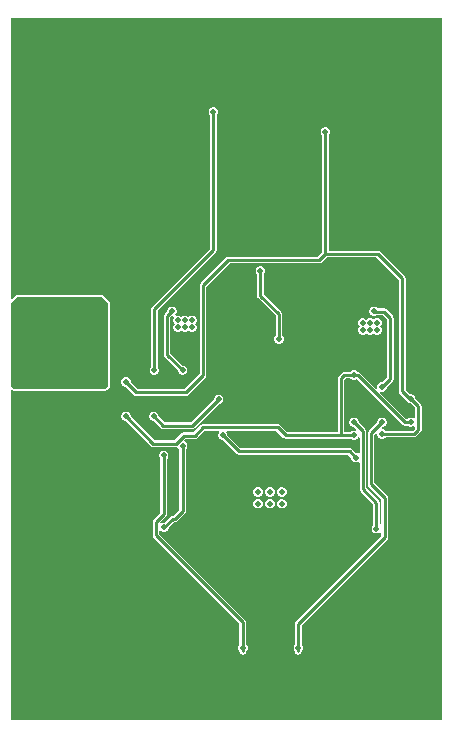
<source format=gbl>
G04*
G04 #@! TF.GenerationSoftware,Altium Limited,Altium Designer,21.2.1 (34)*
G04*
G04 Layer_Physical_Order=4*
G04 Layer_Color=16711680*
%FSTAX24Y24*%
%MOIN*%
G70*
G04*
G04 #@! TF.SameCoordinates,7A998B52-B5E4-4745-A7E4-E824AC8E6B76*
G04*
G04*
G04 #@! TF.FilePolarity,Positive*
G04*
G01*
G75*
%ADD56C,0.0100*%
%ADD58C,0.1181*%
%ADD59C,0.0236*%
%ADD60C,0.0197*%
G36*
X249496Y266105D02*
X249693Y265908D01*
X249693Y263152D01*
X249594Y263054D01*
X246543Y263054D01*
X246447Y26315D01*
Y26591D01*
X246642Y266105D01*
X249496Y266105D01*
D02*
G37*
G36*
X260813Y251993D02*
X246447D01*
X246447Y262995D01*
X246493Y263014D01*
X246498Y263009D01*
X246521Y262999D01*
X246543Y26299D01*
X249594Y26299D01*
X24964Y263009D01*
X249738Y263107D01*
X249757Y263152D01*
X249757Y265908D01*
X249757Y265908D01*
X249757Y265908D01*
X249748Y26593D01*
X249738Y265954D01*
X249738Y265954D01*
X249738Y265954D01*
X249541Y26615D01*
X249518Y26616D01*
X249496Y266169D01*
X246642Y266169D01*
X246596Y26615D01*
X246493Y266047D01*
X246447Y266066D01*
X246447Y275414D01*
X260813D01*
X260813Y251993D01*
D02*
G37*
%LPC*%
G36*
X256968Y271765D02*
X256906D01*
X256848Y271741D01*
X256803Y271696D01*
X256779Y271638D01*
Y271576D01*
X256803Y271518D01*
X256826Y271496D01*
Y267591D01*
X256691Y267456D01*
X253699D01*
X253699Y267456D01*
X253656Y267448D01*
X25362Y267424D01*
X25362Y267424D01*
X252775Y266578D01*
X252751Y266542D01*
X252742Y2665D01*
X252742Y2665D01*
Y263545D01*
X252233Y263036D01*
X250675D01*
X250441Y26327D01*
Y263302D01*
X250417Y26336D01*
X250373Y263404D01*
X250315Y263428D01*
X250252D01*
X250194Y263404D01*
X25015Y26336D01*
X250126Y263302D01*
Y263239D01*
X25015Y263181D01*
X250194Y263137D01*
X250252Y263113D01*
X250284D01*
X250551Y262846D01*
X250587Y262822D01*
X250629Y262813D01*
X252279D01*
X252279Y262813D01*
X252322Y262822D01*
X252358Y262846D01*
X252932Y26342D01*
X252956Y263456D01*
X252964Y263498D01*
X252964Y263498D01*
Y266453D01*
X253745Y267234D01*
X256737D01*
X256737Y267234D01*
X25678Y267243D01*
X256816Y267267D01*
X256983Y267434D01*
X25863D01*
X259385Y266679D01*
Y262962D01*
X259385Y262962D01*
X259393Y26292D01*
X259417Y262884D01*
X259615Y262686D01*
X259638Y26263D01*
X259682Y262586D01*
X25974Y262562D01*
X259772D01*
X259916Y262417D01*
Y262081D01*
X259866Y26206D01*
X259861Y262065D01*
X259803Y262089D01*
X25974D01*
X259682Y262065D01*
X25967Y262053D01*
X259614D01*
X258744Y262923D01*
X258773Y262965D01*
X258795Y262956D01*
X258858D01*
X258916Y26298D01*
X25896Y263024D01*
X258984Y263082D01*
Y263113D01*
X259177Y263306D01*
X259177Y263306D01*
X259201Y263342D01*
X25921Y263385D01*
Y265413D01*
X25921Y265413D01*
X259201Y265456D01*
X259177Y265492D01*
X258976Y265693D01*
X25894Y265717D01*
X258897Y265725D01*
X258897Y265725D01*
X258681D01*
X25864Y265766D01*
X258582Y26579D01*
X25852D01*
X258462Y265766D01*
X258418Y265722D01*
X258394Y265664D01*
Y265601D01*
X258418Y265543D01*
X258462Y265499D01*
X25852Y265475D01*
X258582D01*
X25864Y265499D01*
X258644Y265503D01*
X258851D01*
X258987Y265367D01*
Y263431D01*
X258827Y26327D01*
X258795D01*
X258737Y263247D01*
X258693Y263202D01*
X258669Y263144D01*
Y263082D01*
X258679Y263059D01*
X258636Y263031D01*
X258097Y26357D01*
X258061Y263594D01*
X258018Y263603D01*
X258018Y263603D01*
X258008D01*
X257971Y26364D01*
X257913Y263664D01*
X25785D01*
X257793Y26364D01*
X25777Y263618D01*
X257567D01*
X257567Y263618D01*
X257524Y263609D01*
X257488Y263585D01*
X257488Y263585D01*
X257379Y263476D01*
X257355Y26344D01*
X257346Y263397D01*
X257346Y263397D01*
Y26161D01*
X255659D01*
X255426Y261843D01*
X255389Y261867D01*
X255347Y261876D01*
X255347Y261876D01*
X252855D01*
X252812Y261867D01*
X252776Y261843D01*
X252776Y261843D01*
X252534Y261601D01*
X252225D01*
X252182Y261592D01*
X252146Y261568D01*
X251904Y261326D01*
X251244D01*
X250441Y262129D01*
Y26216D01*
X250417Y262218D01*
X250373Y262262D01*
X250315Y262286D01*
X250252D01*
X250194Y262262D01*
X25015Y262218D01*
X250126Y26216D01*
Y262097D01*
X25015Y26204D01*
X250194Y261995D01*
X250252Y261971D01*
X250284D01*
X251119Y261136D01*
X251119Y261136D01*
X251155Y261112D01*
X251198Y261103D01*
X25195D01*
X25195Y261103D01*
X251968Y261107D01*
X251994Y26111D01*
X25203Y261077D01*
X25204Y261055D01*
X252062Y261033D01*
Y259019D01*
X251864Y258821D01*
X251844D01*
X251844Y258821D01*
X251802Y258812D01*
X251766Y258788D01*
X251766Y258788D01*
X251563Y258585D01*
X251532D01*
X251493Y258569D01*
X251444Y258588D01*
X251437Y258595D01*
X251435Y258601D01*
X251622Y258787D01*
X251622Y258787D01*
X251646Y258824D01*
X251654Y258866D01*
Y260718D01*
X251677Y26074D01*
X251701Y260798D01*
Y260861D01*
X251677Y260919D01*
X251632Y260963D01*
X251574Y260987D01*
X251512D01*
X251454Y260963D01*
X25141Y260919D01*
X251386Y260861D01*
Y260798D01*
X25141Y26074D01*
X251432Y260718D01*
Y258912D01*
X251212Y258692D01*
X251188Y258656D01*
X25118Y258614D01*
X25118Y258614D01*
Y258165D01*
X25118Y258165D01*
X251188Y258122D01*
X251212Y258086D01*
X25407Y255229D01*
Y25453D01*
X254047Y254508D01*
X254023Y25445D01*
Y254388D01*
X254047Y25433D01*
X25407Y254307D01*
Y254294D01*
X254078Y254252D01*
X254102Y254215D01*
X254138Y254191D01*
X254181Y254183D01*
X254224Y254191D01*
X25426Y254215D01*
X254284Y254252D01*
X254292Y254294D01*
Y254307D01*
X254314Y25433D01*
X254338Y254388D01*
Y25445D01*
X254314Y254508D01*
X254292Y25453D01*
Y255275D01*
X254284Y255317D01*
X25426Y255353D01*
X25426Y255353D01*
X251402Y258211D01*
Y258295D01*
X251452Y258316D01*
X251474Y258294D01*
X251532Y25827D01*
X251594D01*
X251652Y258294D01*
X251696Y258339D01*
X25172Y258397D01*
Y258428D01*
X25189Y258598D01*
X25191D01*
X25191Y258598D01*
X251953Y258607D01*
X251989Y258631D01*
X252252Y258894D01*
X252276Y25893D01*
X252284Y258973D01*
X252284Y258973D01*
Y261033D01*
X252307Y261055D01*
X252331Y261113D01*
Y261176D01*
X252307Y261234D01*
X252262Y261278D01*
X252247Y261284D01*
X252236Y261343D01*
X252271Y261378D01*
X25258D01*
X25258Y261378D01*
X252622Y261387D01*
X252658Y261411D01*
X252901Y261653D01*
X253373D01*
X253394Y261603D01*
X253378Y261588D01*
X253354Y26153D01*
Y261468D01*
X253378Y26141D01*
X253422Y261365D01*
X25348Y261341D01*
X253512D01*
X25397Y260883D01*
X25397Y260883D01*
X254006Y260859D01*
X254049Y260851D01*
X257693D01*
X257794Y26075D01*
Y260718D01*
X257818Y26066D01*
X257863Y260616D01*
X257921Y260592D01*
X257983D01*
X258022Y260608D01*
X258072Y260581D01*
Y259701D01*
X258072Y259701D01*
X258081Y259659D01*
X258105Y259623D01*
X258519Y259209D01*
Y2585D01*
X258496Y258478D01*
X258472Y25842D01*
Y258357D01*
X258496Y258299D01*
X258541Y258255D01*
X258598Y258231D01*
X258661D01*
X258719Y258255D01*
X258744Y25828D01*
X258794Y25826D01*
Y258139D01*
X255953Y255298D01*
X255929Y255262D01*
X25592Y255219D01*
X25592Y255219D01*
Y254525D01*
X255898Y254503D01*
X255874Y254445D01*
Y254382D01*
X255898Y254324D01*
X25592Y254302D01*
Y254294D01*
X255929Y254252D01*
X255953Y254215D01*
X255989Y254191D01*
X256031Y254183D01*
X256074Y254191D01*
X25611Y254215D01*
X256134Y254252D01*
X256143Y254294D01*
Y254302D01*
X256165Y254324D01*
X256189Y254382D01*
Y254445D01*
X256165Y254503D01*
X256143Y254525D01*
Y255173D01*
X258984Y258014D01*
X258984Y258014D01*
X259008Y258051D01*
X259017Y258093D01*
X259017Y258093D01*
Y259412D01*
X259008Y259455D01*
X258984Y259491D01*
X258984Y259491D01*
X258568Y259906D01*
Y261517D01*
X258619Y261567D01*
X258669Y261547D01*
Y261507D01*
X258693Y261449D01*
X258737Y261405D01*
X258795Y261381D01*
X258858D01*
X258916Y261405D01*
X258938Y261427D01*
X25989D01*
X25989Y261427D01*
X259932Y261435D01*
X259968Y26146D01*
X260106Y261597D01*
X260106Y261597D01*
X26013Y261633D01*
X260139Y261676D01*
Y262463D01*
X26013Y262506D01*
X260106Y262542D01*
X259929Y262719D01*
Y262751D01*
X259905Y262809D01*
X259861Y262853D01*
X259803Y262877D01*
X25974D01*
X259739Y262876D01*
X259607Y263008D01*
Y266725D01*
X259607Y266725D01*
X259599Y266768D01*
X259575Y266804D01*
X258755Y267624D01*
X258719Y267648D01*
X258676Y267656D01*
X258676Y267656D01*
X257048D01*
Y271496D01*
X25707Y271518D01*
X257094Y271576D01*
Y271638D01*
X25707Y271696D01*
X257026Y271741D01*
X256968Y271765D01*
D02*
G37*
G36*
X258685Y265405D02*
X258622D01*
X258564Y265381D01*
X258535Y265353D01*
X258506Y265381D01*
X258448Y265405D01*
X258386D01*
X258328Y265381D01*
X258299Y265353D01*
X25827Y265381D01*
X258212Y265405D01*
X25815D01*
X258092Y265381D01*
X258047Y265337D01*
X258023Y265279D01*
Y265217D01*
X258047Y265159D01*
X258076Y26513D01*
X258047Y265101D01*
X258023Y265043D01*
Y26498D01*
X258047Y264922D01*
X258092Y264878D01*
X25815Y264854D01*
X258212D01*
X25827Y264878D01*
X258299Y264907D01*
X258328Y264878D01*
X258386Y264854D01*
X258448D01*
X258506Y264878D01*
X258535Y264907D01*
X258564Y264878D01*
X258622Y264854D01*
X258685D01*
X258743Y264878D01*
X258787Y264922D01*
X258811Y26498D01*
Y265043D01*
X258787Y265101D01*
X258758Y26513D01*
X258787Y265159D01*
X258811Y265217D01*
Y265279D01*
X258787Y265337D01*
X258743Y265381D01*
X258685Y265405D01*
D02*
G37*
G36*
X25185Y26579D02*
X251787D01*
X25173Y265766D01*
X251685Y265722D01*
X251661Y265664D01*
Y265632D01*
X25158Y265551D01*
X251556Y265515D01*
X251547Y265472D01*
X251547Y265472D01*
Y264179D01*
X251547Y264179D01*
X251556Y264136D01*
X25158Y2641D01*
X252016Y263664D01*
Y263633D01*
X25204Y263575D01*
X252084Y263531D01*
X252142Y263507D01*
X252204D01*
X252262Y263531D01*
X252307Y263575D01*
X252331Y263633D01*
Y263696D01*
X252307Y263753D01*
X252262Y263798D01*
X252204Y263822D01*
X252173D01*
X25177Y264225D01*
Y265426D01*
X251819Y265475D01*
X25185D01*
X251866Y265482D01*
X251894Y265439D01*
X251877Y265422D01*
X251853Y265364D01*
Y265302D01*
X251877Y265244D01*
X251906Y265215D01*
X251877Y265186D01*
X251853Y265128D01*
Y265065D01*
X251877Y265007D01*
X251921Y264963D01*
X251979Y264939D01*
X252042D01*
X252099Y264963D01*
X252128Y264992D01*
X252157Y264963D01*
X252215Y264939D01*
X252278D01*
X252336Y264963D01*
X252365Y264992D01*
X252393Y264963D01*
X252451Y264939D01*
X252514D01*
X252572Y264963D01*
X252616Y265007D01*
X25264Y265065D01*
Y265128D01*
X252616Y265186D01*
X252587Y265215D01*
X252616Y265244D01*
X25264Y265302D01*
Y265364D01*
X252616Y265422D01*
X252572Y265466D01*
X252514Y26549D01*
X252451D01*
X252393Y265466D01*
X252365Y265438D01*
X252336Y265466D01*
X252278Y26549D01*
X252215D01*
X252157Y265466D01*
X252128Y265438D01*
X252099Y265466D01*
X252042Y26549D01*
X251979D01*
X251963Y265484D01*
X251935Y265526D01*
X251952Y265543D01*
X251976Y265601D01*
Y265664D01*
X251952Y265722D01*
X251908Y265766D01*
X25185Y26579D01*
D02*
G37*
G36*
X254798Y267137D02*
X254735D01*
X254678Y267113D01*
X254633Y267069D01*
X254609Y267011D01*
Y266948D01*
X254633Y26689D01*
X254656Y266868D01*
Y266156D01*
X254656Y266156D01*
X254664Y266113D01*
X254688Y266077D01*
X255271Y265495D01*
Y264819D01*
X255248Y264797D01*
X255224Y264739D01*
Y264676D01*
X255248Y264618D01*
X255293Y264574D01*
X25535Y26455D01*
X255413D01*
X255471Y264574D01*
X255515Y264618D01*
X255539Y264676D01*
Y264739D01*
X255515Y264797D01*
X255493Y264819D01*
Y265541D01*
X255484Y265584D01*
X25546Y26562D01*
X254878Y266202D01*
Y266868D01*
X2549Y26689D01*
X254924Y266948D01*
Y267011D01*
X2549Y267069D01*
X254856Y267113D01*
X254798Y267137D01*
D02*
G37*
G36*
X253228Y272434D02*
X253165D01*
X253107Y27241D01*
X253063Y272366D01*
X253039Y272308D01*
Y272245D01*
X253063Y272187D01*
X253086Y272165D01*
Y267716D01*
X25115Y26578D01*
X251125Y265744D01*
X251117Y265702D01*
X251117Y265702D01*
Y263776D01*
X251095Y263753D01*
X251071Y263696D01*
Y263633D01*
X251095Y263575D01*
X251139Y263531D01*
X251197Y263507D01*
X25126D01*
X251317Y263531D01*
X251362Y263575D01*
X251386Y263633D01*
Y263696D01*
X251362Y263753D01*
X251339Y263776D01*
Y265656D01*
X253275Y267591D01*
X253299Y267628D01*
X253308Y26767D01*
Y272165D01*
X25333Y272187D01*
X253354Y272245D01*
Y272308D01*
X25333Y272366D01*
X253286Y27241D01*
X253228Y272434D01*
D02*
G37*
G36*
X253409Y262857D02*
X253346D01*
X253289Y262833D01*
X253244Y262789D01*
X25322Y262731D01*
Y262699D01*
X252446Y261925D01*
X251572D01*
X25137Y262127D01*
Y262158D01*
X251346Y262216D01*
X251302Y26226D01*
X251244Y262284D01*
X251181D01*
X251123Y26226D01*
X251079Y262216D01*
X251055Y262158D01*
Y262096D01*
X251079Y262038D01*
X251123Y261993D01*
X251181Y26197D01*
X251213D01*
X251447Y261735D01*
X251483Y261711D01*
X251526Y261703D01*
X251526Y261703D01*
X252492D01*
X252492Y261703D01*
X252535Y261711D01*
X252571Y261735D01*
X253378Y262542D01*
X253409D01*
X253467Y262566D01*
X253511Y26261D01*
X253535Y262668D01*
Y262731D01*
X253511Y262789D01*
X253467Y262833D01*
X253409Y262857D01*
D02*
G37*
G36*
X255511Y259767D02*
X255449D01*
X255391Y259743D01*
X255347Y259698D01*
X255323Y25964D01*
Y259578D01*
X255347Y25952D01*
X255391Y259476D01*
X255449Y259452D01*
X255511D01*
X255569Y259476D01*
X255614Y25952D01*
X255638Y259578D01*
Y25964D01*
X255614Y259698D01*
X255569Y259743D01*
X255511Y259767D01*
D02*
G37*
G36*
X255118D02*
X255055D01*
X254997Y259743D01*
X254953Y259698D01*
X254929Y25964D01*
Y259578D01*
X254953Y25952D01*
X254997Y259476D01*
X255055Y259452D01*
X255118D01*
X255176Y259476D01*
X25522Y25952D01*
X255244Y259578D01*
Y25964D01*
X25522Y259698D01*
X255176Y259743D01*
X255118Y259767D01*
D02*
G37*
G36*
X254724D02*
X254661D01*
X254604Y259743D01*
X254559Y259698D01*
X254535Y25964D01*
Y259578D01*
X254559Y25952D01*
X254604Y259476D01*
X254661Y259452D01*
X254724D01*
X254782Y259476D01*
X254826Y25952D01*
X25485Y259578D01*
Y25964D01*
X254826Y259698D01*
X254782Y259743D01*
X254724Y259767D01*
D02*
G37*
G36*
X255511Y259373D02*
X255449D01*
X255391Y259349D01*
X255347Y259305D01*
X255323Y259247D01*
Y259184D01*
X255347Y259126D01*
X255391Y259082D01*
X255449Y259058D01*
X255511D01*
X255569Y259082D01*
X255614Y259126D01*
X255638Y259184D01*
Y259247D01*
X255614Y259305D01*
X255569Y259349D01*
X255511Y259373D01*
D02*
G37*
G36*
X255118D02*
X255055D01*
X254997Y259349D01*
X254953Y259305D01*
X254929Y259247D01*
Y259184D01*
X254953Y259126D01*
X254997Y259082D01*
X255055Y259058D01*
X255118D01*
X255176Y259082D01*
X25522Y259126D01*
X255244Y259184D01*
Y259247D01*
X25522Y259305D01*
X255176Y259349D01*
X255118Y259373D01*
D02*
G37*
G36*
X254724D02*
X254661D01*
X254604Y259349D01*
X254559Y259305D01*
X254535Y259247D01*
Y259184D01*
X254559Y259126D01*
X254604Y259082D01*
X254661Y259058D01*
X254724D01*
X254782Y259082D01*
X254826Y259126D01*
X25485Y259184D01*
Y259247D01*
X254826Y259305D01*
X254782Y259349D01*
X254724Y259373D01*
D02*
G37*
%LPD*%
G36*
X257793Y263373D02*
X25785Y263349D01*
X257913D01*
X257971Y263373D01*
X257975Y263377D01*
X259499Y261853D01*
X259499Y261853D01*
X259535Y261829D01*
X259578Y261821D01*
X259578Y261821D01*
X25966D01*
X259682Y261798D01*
X25974Y261774D01*
X259803D01*
X259861Y261798D01*
X259866Y261804D01*
X259916Y261783D01*
Y261722D01*
X259844Y261649D01*
X258938D01*
X258916Y261672D01*
X258858Y261696D01*
X258828D01*
X258808Y261741D01*
X258834Y261774D01*
X258858D01*
X258916Y261798D01*
X25896Y261843D01*
X258984Y261901D01*
Y261963D01*
X25896Y262021D01*
X258916Y262065D01*
X258858Y262089D01*
X258795D01*
X258737Y262065D01*
X258693Y262021D01*
X258669Y261963D01*
Y261932D01*
X258379Y261641D01*
X258354Y261605D01*
X258346Y261563D01*
X258346Y261563D01*
Y25986D01*
X258346Y25986D01*
X258354Y259818D01*
X258379Y259782D01*
X258794Y259366D01*
Y258574D01*
X258744Y258548D01*
X258741Y25855D01*
Y259255D01*
X258741Y259255D01*
X258733Y259297D01*
X258708Y259333D01*
X258708Y259333D01*
X258294Y259747D01*
Y26163D01*
X258294Y26163D01*
X258289Y261656D01*
X258286Y261673D01*
X258286Y261673D01*
X258262Y261709D01*
X258262Y261709D01*
X258039Y261932D01*
Y261963D01*
X258015Y262021D01*
X257971Y262065D01*
X257913Y262089D01*
X25785D01*
X257793Y262065D01*
X257748Y262021D01*
X257724Y261963D01*
Y261901D01*
X257748Y261843D01*
X257793Y261798D01*
X25785Y261774D01*
X257882D01*
X257969Y261687D01*
X257941Y261645D01*
X257913Y261656D01*
X25785D01*
X257793Y261632D01*
X25777Y26161D01*
X257568D01*
Y263351D01*
X257613Y263396D01*
X25777D01*
X257793Y263373D01*
D02*
G37*
G36*
X255534Y26142D02*
X255534Y26142D01*
X25557Y261396D01*
X255613Y261388D01*
X255613Y261388D01*
X25777D01*
X257793Y261365D01*
X25785Y261341D01*
X257913D01*
X257971Y261365D01*
X258015Y26141D01*
X258022Y261426D01*
X258072Y261416D01*
Y260917D01*
X258022Y260891D01*
X257983Y260907D01*
X257952D01*
X257818Y261041D01*
X257782Y261065D01*
X257739Y261073D01*
X257739Y261073D01*
X254095D01*
X253669Y261499D01*
Y26153D01*
X253645Y261588D01*
X25363Y261603D01*
X253651Y261653D01*
X255301D01*
X255534Y26142D01*
D02*
G37*
D56*
X25857Y265614D02*
X258897D01*
X259098Y263385D02*
Y265413D01*
X258897Y265614D02*
X259098Y265413D01*
X259496Y262962D02*
Y266725D01*
X256937Y267545D02*
X258676D01*
X259496Y266725D01*
X256937Y267545D02*
Y271607D01*
X256937Y271607D02*
X256937Y271607D01*
X258551Y265633D02*
X25857Y265614D01*
X257457Y261538D02*
Y263397D01*
X255613Y261499D02*
X257882D01*
X255347Y261765D02*
X255613Y261499D01*
X25195Y261215D02*
X252225Y26149D01*
X250283Y262129D02*
X251198Y261215D01*
X252225Y26149D02*
X25258D01*
X252855Y261765D01*
X251198Y261215D02*
X25195D01*
X252855Y261765D02*
X255347D01*
X252853Y2665D02*
X253699Y267345D01*
X252279Y262925D02*
X252853Y263498D01*
Y2665D01*
X250629Y262925D02*
X252279D01*
X250283Y26327D02*
X250629Y262925D01*
X258183Y259701D02*
X25863Y259255D01*
X257882Y261932D02*
X258183Y26163D01*
Y259701D02*
Y26163D01*
X256031Y254294D02*
Y254414D01*
X258457Y25986D02*
Y261563D01*
X258826Y261932D01*
X256031Y254414D02*
Y255219D01*
X258826Y261932D02*
X258827D01*
X259739Y262719D02*
X259771D01*
X260027Y261676D02*
Y262463D01*
X259771Y262719D02*
X260027Y262463D01*
X25989Y261538D02*
X260027Y261676D01*
X258827Y261538D02*
X25989D01*
X251844Y25871D02*
X25191D01*
X251563Y258428D02*
X251844Y25871D01*
X25191D02*
X252173Y258973D01*
Y261145D01*
X256737Y267345D02*
X256937Y267545D01*
X253699Y267345D02*
X256737D01*
X251228Y263664D02*
Y265702D01*
X253197Y26767D01*
Y272276D01*
X257739Y260962D02*
X257952Y260749D01*
X254049Y260962D02*
X257739D01*
X253512Y261499D02*
X254049Y260962D01*
X259578Y261932D02*
X259772D01*
X257882Y263507D02*
X257897Y263492D01*
X258018D01*
X259578Y261932D01*
X257567Y263507D02*
X257882D01*
X251213Y262127D02*
X251526Y261814D01*
X252492D01*
X251658Y265472D02*
X251819Y265633D01*
X251658Y264179D02*
Y265472D01*
Y264179D02*
X252173Y263664D01*
X255382Y264708D02*
Y265541D01*
X257457Y263397D02*
X257567Y263507D01*
X258827Y263113D02*
X259098Y263385D01*
X254767Y266156D02*
X255382Y265541D01*
X254767Y266156D02*
Y266979D01*
X258457Y25986D02*
X258905Y259412D01*
X25863Y258389D02*
Y259255D01*
X258905Y258093D02*
Y259412D01*
X256031Y255219D02*
X258905Y258093D01*
X252492Y261814D02*
X253378Y2627D01*
X251543Y258866D02*
Y26083D01*
X251291Y258614D02*
X251543Y258866D01*
X251291Y258165D02*
Y258614D01*
Y258165D02*
X254181Y255275D01*
Y254294D02*
Y255275D01*
X259496Y262962D02*
X259739Y262719D01*
D58*
X247134Y274727D02*
D03*
X260126D02*
D03*
Y25268D02*
D03*
X247134Y25268D02*
D03*
D59*
X255953Y263861D02*
D03*
Y263428D02*
D03*
Y262995D02*
D03*
Y262562D02*
D03*
Y262129D02*
D03*
X25552Y263861D02*
D03*
Y263428D02*
D03*
Y262995D02*
D03*
Y262562D02*
D03*
Y262129D02*
D03*
X255086Y263861D02*
D03*
Y263428D02*
D03*
Y262995D02*
D03*
Y262562D02*
D03*
Y262129D02*
D03*
X254653Y263861D02*
D03*
Y263428D02*
D03*
Y262995D02*
D03*
Y262562D02*
D03*
Y262129D02*
D03*
X25422Y263861D02*
D03*
Y263428D02*
D03*
Y262995D02*
D03*
Y262562D02*
D03*
Y262129D02*
D03*
D60*
X256937Y271607D02*
D03*
X25926Y274383D02*
D03*
X251563Y258428D02*
D03*
X255621Y257385D02*
D03*
X254615Y257385D02*
D03*
X255067Y269058D02*
D03*
X255894Y268113D02*
D03*
X254457D02*
D03*
X259043Y273064D02*
D03*
X258551D02*
D03*
X258059D02*
D03*
X25926Y273398D02*
D03*
Y273891D02*
D03*
X257842Y273398D02*
D03*
Y273891D02*
D03*
Y274383D02*
D03*
X259043Y274717D02*
D03*
X258551D02*
D03*
X258059D02*
D03*
X252114Y273064D02*
D03*
X251622D02*
D03*
X25113D02*
D03*
X252331Y273398D02*
D03*
Y273891D02*
D03*
Y274383D02*
D03*
X250913Y273398D02*
D03*
Y273891D02*
D03*
Y274383D02*
D03*
X252114Y274717D02*
D03*
X251622D02*
D03*
X25113D02*
D03*
X258492Y25268D02*
D03*
X258D02*
D03*
X257508D02*
D03*
X258709Y253015D02*
D03*
Y253507D02*
D03*
Y253999D02*
D03*
X257291Y253015D02*
D03*
Y253507D02*
D03*
Y253999D02*
D03*
X258492Y254333D02*
D03*
X258D02*
D03*
X257508D02*
D03*
X25172D02*
D03*
X252212D02*
D03*
X252705D02*
D03*
X251504Y253999D02*
D03*
Y253507D02*
D03*
Y253015D02*
D03*
X252921Y253999D02*
D03*
Y253507D02*
D03*
Y253015D02*
D03*
X25172Y25268D02*
D03*
X252212D02*
D03*
X252705D02*
D03*
X247016Y262483D02*
D03*
X247508D02*
D03*
X248D02*
D03*
X248492D02*
D03*
X248984D02*
D03*
X246583Y261912D02*
D03*
Y26142D02*
D03*
Y260928D02*
D03*
X249417Y261912D02*
D03*
Y26142D02*
D03*
Y260928D02*
D03*
X247016Y260357D02*
D03*
X247508D02*
D03*
X248D02*
D03*
X248492D02*
D03*
X248984D02*
D03*
X257952Y260749D02*
D03*
X251213Y262127D02*
D03*
X248984Y263507D02*
D03*
X248492D02*
D03*
X248D02*
D03*
X247508D02*
D03*
X247016D02*
D03*
X249417Y264078D02*
D03*
Y26457D02*
D03*
Y265062D02*
D03*
X246583Y264078D02*
D03*
Y26457D02*
D03*
Y265062D02*
D03*
X248984Y265633D02*
D03*
X248492D02*
D03*
X248D02*
D03*
X247508D02*
D03*
X247016D02*
D03*
X251819Y265633D02*
D03*
X258551Y265633D02*
D03*
X254767Y266979D02*
D03*
X254617Y265799D02*
D03*
X254787Y265629D02*
D03*
X256031Y254414D02*
D03*
X254181Y254419D02*
D03*
X255619Y257052D02*
D03*
X254615Y25705D02*
D03*
X25548Y259215D02*
D03*
Y259609D02*
D03*
X258653Y265248D02*
D03*
X258417D02*
D03*
X258181D02*
D03*
X258653Y265012D02*
D03*
X258417D02*
D03*
X258181D02*
D03*
X252483Y265097D02*
D03*
X252246D02*
D03*
X25201D02*
D03*
X252483Y265333D02*
D03*
X252246D02*
D03*
X25201D02*
D03*
X255086Y259215D02*
D03*
X254693D02*
D03*
X250441Y260278D02*
D03*
Y259963D02*
D03*
Y260593D02*
D03*
X253236Y260278D02*
D03*
Y259963D02*
D03*
Y260593D02*
D03*
X256937Y259963D02*
D03*
X258827Y261538D02*
D03*
Y261145D02*
D03*
X25863Y258389D02*
D03*
X257882Y261499D02*
D03*
X256937Y260593D02*
D03*
Y260278D02*
D03*
X255086Y259609D02*
D03*
X256937Y261971D02*
D03*
X253512Y261499D02*
D03*
X254457Y271853D02*
D03*
X255894D02*
D03*
X255539D02*
D03*
X255146D02*
D03*
X254791D02*
D03*
X254457Y271135D02*
D03*
X255894D02*
D03*
X255539D02*
D03*
X255146D02*
D03*
X254791D02*
D03*
Y268448D02*
D03*
X255146D02*
D03*
X255539D02*
D03*
X255894D02*
D03*
Y26766D02*
D03*
X255539D02*
D03*
X255146D02*
D03*
X254791D02*
D03*
X254693Y259609D02*
D03*
X255704Y266984D02*
D03*
X252173Y261145D02*
D03*
X257882D02*
D03*
Y261932D02*
D03*
X250283Y263664D02*
D03*
Y26327D02*
D03*
Y262522D02*
D03*
X258827Y263113D02*
D03*
X257882Y263507D02*
D03*
X252173Y263664D02*
D03*
X254457Y26766D02*
D03*
Y268448D02*
D03*
X259771Y261932D02*
D03*
Y262326D02*
D03*
Y263507D02*
D03*
Y263113D02*
D03*
Y262719D02*
D03*
X258827Y262326D02*
D03*
Y261932D02*
D03*
X253118Y263664D02*
D03*
X253378Y2627D02*
D03*
X256937Y263507D02*
D03*
X251543Y26083D02*
D03*
X251228Y261499D02*
D03*
Y26327D02*
D03*
Y263664D02*
D03*
X253118Y261145D02*
D03*
X251681Y262601D02*
D03*
X250283Y262129D02*
D03*
X255382Y264708D02*
D03*
X251996Y262129D02*
D03*
Y262601D02*
D03*
X251681Y262129D02*
D03*
X255697Y266543D02*
D03*
X253197Y272276D02*
D03*
M02*

</source>
